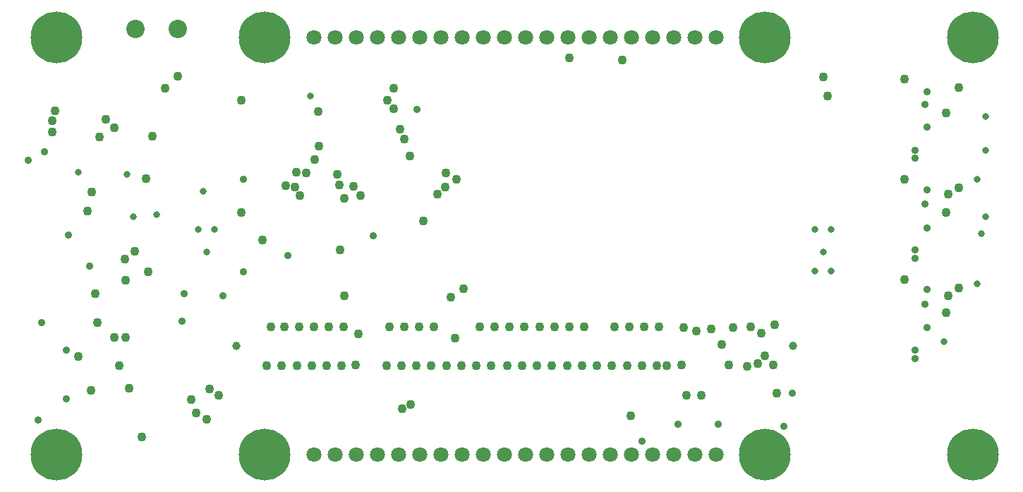
<source format=gbr>
%FSDAX33Y33*%
%MOMM*%
%SFA1B1*%

%IPPOS*%
%ADD61C,6.203201*%
%ADD62C,1.803199*%
%ADD63C,1.003201*%
%ADD64C,2.203201*%
%ADD65C,0.803199*%
%ADD66C,1.103201*%
%ADD67C,0.903201*%
%LNgrb_bot_solder-1*%
%LPD*%
G54D61*
X008886Y013102D03*
Y063102D03*
G54D64*
X018346Y064102D03*
X023426D03*
G54D63*
X030486Y026102D03*
G54D61*
X033886Y013102D03*
Y063102D03*
G54D62*
X039756Y013102D03*
Y063102D03*
X042296Y013102D03*
Y063102D03*
X044836Y013102D03*
Y063102D03*
X047376Y013102D03*
Y063102D03*
X049916Y013102D03*
Y063102D03*
X052456Y013102D03*
Y063102D03*
X054996Y013102D03*
Y063102D03*
X057536Y013102D03*
Y063102D03*
X060076Y013102D03*
Y063102D03*
X062616Y013102D03*
Y063102D03*
X065156Y013102D03*
Y063102D03*
X067696Y013102D03*
Y063102D03*
X070236Y013102D03*
Y063102D03*
X072776Y013102D03*
Y063102D03*
X075316Y013102D03*
Y063102D03*
X077856Y013102D03*
Y063102D03*
X080396Y013102D03*
Y063102D03*
X082936Y013102D03*
Y063102D03*
X085476Y013102D03*
Y063102D03*
X088016Y013102D03*
Y063102D03*
G54D61*
X093886Y013102D03*
Y063102D03*
G54D63*
X097286Y026102D03*
G54D61*
X118886Y013102D03*
Y063102D03*
G54D67*
X005486Y048402D03*
X006686Y017202D03*
X007086Y028902D03*
X007486Y049402D03*
G54D66*
X008386Y051790D03*
Y053102D03*
X008712Y054330D03*
G54D67*
X010109Y019786D03*
Y025628D03*
X010286Y039402D03*
G54D66*
X011506Y024866D03*
G54D65*
X011506Y046964D03*
G54D66*
X012586Y042302D03*
G54D67*
X012903Y035661D03*
G54D66*
X013030Y020802D03*
X013086Y044602D03*
X013538Y032359D03*
X013792Y028930D03*
X014046Y051155D03*
X014808Y053314D03*
X015824Y027152D03*
Y052298D03*
X016459Y023723D03*
X017094Y036550D03*
X017221Y027152D03*
Y034010D03*
G54D65*
X017348Y046710D03*
G54D66*
X017602Y021056D03*
G54D65*
X018110Y041630D03*
G54D66*
X018286Y037502D03*
X019126Y015214D03*
X019636Y046202D03*
X019888Y035026D03*
X020396Y051282D03*
G54D65*
X020904Y041884D03*
G54D66*
X021950Y057024D03*
X023444Y058424D03*
G54D67*
X023952Y029057D03*
X024206Y032359D03*
G54D66*
X025095Y019659D03*
X025636Y018102D03*
G54D65*
X025886Y040102D03*
X026492Y044678D03*
G54D66*
X026886Y017352D03*
G54D65*
X026886Y037402D03*
G54D66*
X027254Y020929D03*
G54D65*
X027886Y040102D03*
G54D66*
X028397Y020167D03*
G54D67*
X028905Y032105D03*
G54D66*
X031056Y042106D03*
X031064Y055600D03*
G54D67*
X031318Y035026D03*
Y046075D03*
G54D66*
X033604Y038836D03*
X034100Y023782D03*
X034620Y028422D03*
X035878Y023782D03*
X036222Y028422D03*
X036386Y045352D03*
G54D67*
X036652Y036931D03*
G54D66*
X037541Y045186D03*
X037668Y046964D03*
X037744Y023782D03*
X038000Y028422D03*
X038100Y044137D03*
X038886Y046852D03*
G54D65*
X039386Y056102D03*
G54D66*
X039522Y023782D03*
X039778Y028422D03*
X039886Y048488D03*
X040257Y054203D03*
X040386Y050102D03*
X041300Y023782D03*
X041600Y028422D03*
X042601Y046702D03*
X042838Y045395D03*
X042886Y037602D03*
X043078Y023782D03*
X043378Y028422D03*
X043386Y032102D03*
Y043852D03*
X044513Y045229D03*
X044780Y023850D03*
X045161Y027533D03*
X045415Y044170D03*
G54D67*
X046886Y039352D03*
G54D66*
X048544Y023782D03*
X048590Y055600D03*
X048844Y028422D03*
X049352Y056997D03*
X049386Y054602D03*
X050136Y052102D03*
X050322Y023782D03*
X050386Y018602D03*
X050622Y028422D03*
Y050901D03*
X051308Y048920D03*
X051386Y019102D03*
X052100Y023782D03*
G54D67*
X052146Y054457D03*
G54D66*
X052400Y028422D03*
X052886Y041102D03*
X053878Y023782D03*
X054178Y028422D03*
X054636Y044352D03*
X055575Y045186D03*
X055636Y046852D03*
X055744Y023782D03*
X056210Y031978D03*
X056718Y027025D03*
X056882Y046072D03*
X057522Y023782D03*
X057734Y032994D03*
X059300Y023782D03*
X059644Y028422D03*
X061078Y023782D03*
X061422Y028422D03*
X062944Y023782D03*
X063200Y028422D03*
X064722Y023782D03*
X064978Y028422D03*
X066500Y023782D03*
X066844Y028422D03*
X068278Y023782D03*
X068622Y028422D03*
X070144Y023782D03*
X070400Y028422D03*
X070434Y060680D03*
X071922Y023782D03*
X072178Y028422D03*
X073700Y023782D03*
X075478D03*
X075844Y028422D03*
X076784Y060426D03*
X077344Y023782D03*
X077622Y028422D03*
X077800Y017754D03*
X079122Y023782D03*
G54D67*
X079197Y014706D03*
G54D66*
X079400Y028422D03*
X080900Y023782D03*
X081178Y028422D03*
X082162Y023782D03*
G54D67*
X083515Y016738D03*
G54D66*
X083896Y023850D03*
X084157Y028295D03*
X084522Y020222D03*
X085678Y027918D03*
X086300Y020222D03*
X087452Y028168D03*
G54D67*
X088341Y016738D03*
G54D66*
X088722Y026263D03*
X089611Y023850D03*
X090073Y028295D03*
X091805Y023679D03*
X092232Y028422D03*
X093040Y023977D03*
X093444Y027660D03*
X093929Y024906D03*
X094945Y023850D03*
X095072Y028676D03*
X095326Y020421D03*
G54D67*
X096215Y016484D03*
X097231Y020421D03*
G54D65*
X099886Y035102D03*
Y040102D03*
X100886Y037402D03*
G54D66*
X100914Y058394D03*
X101422Y056108D03*
G54D65*
X101886Y035102D03*
Y040102D03*
G54D66*
X110636Y034102D03*
Y046102D03*
Y058102D03*
G54D67*
X111886Y024602D03*
Y025602D03*
Y036602D03*
Y037602D03*
Y048602D03*
Y049602D03*
X113136Y031102D03*
Y043102D03*
Y055102D03*
X113386Y028302D03*
Y032852D03*
Y040302D03*
Y044852D03*
Y052352D03*
Y056602D03*
G54D65*
X115386Y026602D03*
G54D66*
X115648Y030102D03*
Y042102D03*
Y054102D03*
X115886Y032102D03*
Y044352D03*
X117136Y033102D03*
Y045102D03*
Y057102D03*
G54D65*
X119386Y033602D03*
Y046102D03*
X119886Y039602D03*
X120386Y041602D03*
Y049602D03*
Y053602D03*
M02*
</source>
